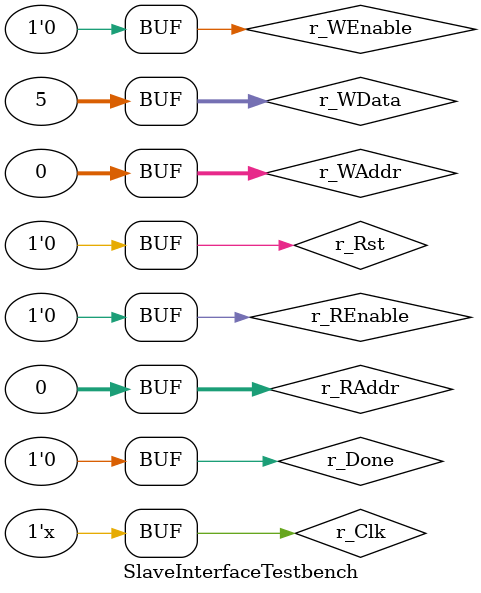
<source format=v>
`timescale 1ns / 1ps

module SlaveInterfaceTestbench();

reg r_Clk, r_Rst, r_WEnable, r_REnable, r_Rx, r_Done;
reg [31:0] r_WAddr, r_RAddr, r_WData;
wire w_Err, w_MemBusy, w_Tx;
wire [31:0] w_RData;

Uart _Dut
(
    .i_Clk(r_Clk),
    .i_Rst(r_Rst),
    .i_WEnable(r_WEnable),
    .i_WAddr(r_WAddr),
    .i_WData(r_WData),
    .i_REnable(r_REnable),
    .i_RAddr(r_RAddr),
    .o_RData(w_RData),
    .o_Err(w_Err),
    .i_Rx(r_Rx),
    .o_Tx(w_Tx)
);

always #1 r_Clk <= r_Clk ^ 1;

initial begin
    r_Done <= 0;
    r_Rst <= 1;
    r_Clk <= 0;
    r_WAddr <= 0;
    r_WEnable <= 0;
    r_REnable <= 0;
    r_RAddr <= 0;
    r_WData <= 0;
    #2;
    r_Rst <= 0;
    
    #2;
    r_WEnable <= 1;
    r_WAddr <= 1;
    r_WData <= 13021;
    #2;
    r_WEnable <= 0;
    
    #2;
    r_WAddr <= 2;
    r_WData <= 8'h55;
    r_WEnable <= 1;
    #2;
    r_WEnable <= 0;
    
    
    #2;
    r_WAddr <= 0;
    r_WData <= 8'b00000101;
    r_WEnable <= 1;
    #2;
    r_WEnable <= 0;
    
    
    #290000;
    r_WEnable <= 1;
    r_WAddr <= 2;
    r_WData <= 8'hAA;
    #2;
    r_WEnable <= 0;
    
    
    #2;
    r_WAddr <= 0;
    r_WData <= 8'b00000101;
    r_WEnable <= 1;
    #2;
    r_WEnable <= 0;
    
    #10;
end

endmodule

</source>
